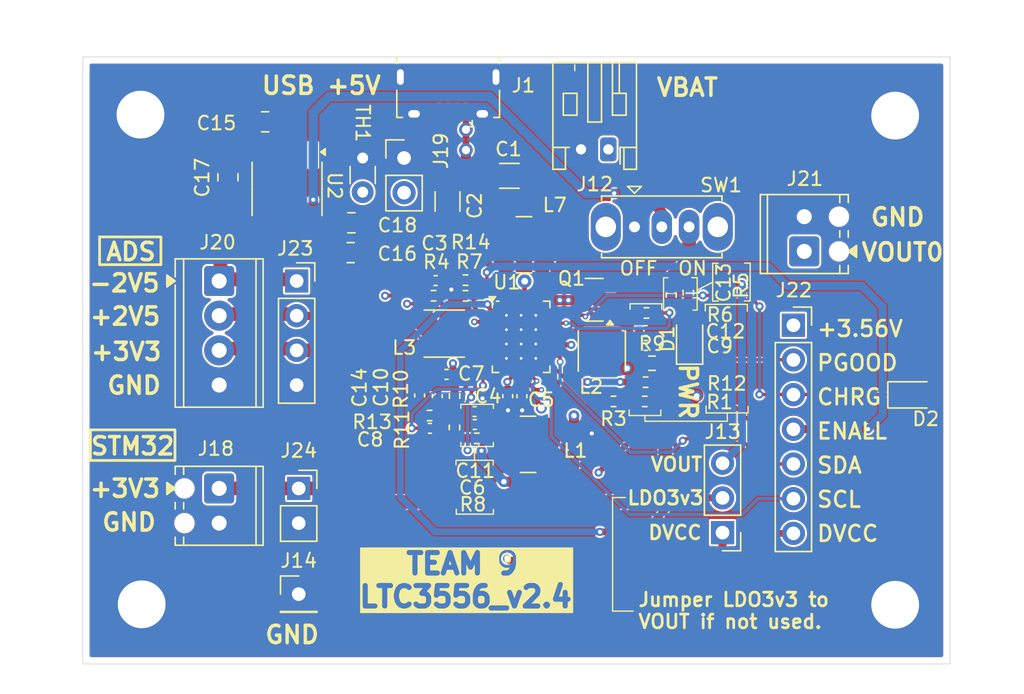
<source format=kicad_pcb>
(kicad_pcb (version 20241229) (generator "pcbnew") (generator_version "9.0")
  (layers (0 "F.Cu" signal) (4 "In1.Cu" signal) (6 "In2.Cu" signal) (2 "B.Cu" signal) (13 "F.Paste" user) (15 "B.Paste" user) (5 "F.SilkS" user "F.Silkscreen") (7 "B.SilkS" user "B.Silkscreen") (1 "F.Mask" user) (3 "B.Mask" user) (25 "Edge.Cuts" user))
  (net 0 "")
  (net 1 "GND")
  (net 2 "Net-(J1-VBUS)")
  (net 3 "Net-(U1-CLPROG)")
  (net 4 "Net-(U1-FB3)")
  (net 5 "Net-(U1-VC3)")
  (net 6 "Net-(U1-FB2)")
  (net 7 "Net-(U1-FB1)")
  (net 8 "Net-(U2-CAP+)")
  (net 9 "Net-(U2-CAP-)")
  (net 10 "Net-(D1-A)")
  (net 14 "VBAT")
  (net 15 "Net-(U1-SW2)")
  (net 16 "Net-(U1-SW1)")
  (net 17 "Net-(U1-SW)")
  (net 18 "Net-(Q1-G)")
  (net 19 "Net-(U1-PROG)")
  (net 20 "Net-(U1-SWCD3)")
  (net 21 "Net-(U1-SWAB3)")
  (net 23 "Net-(D2-A)")
  (net 24 "Net-(J13-Pin_3)")
  (net 25 "Net-(J13-Pin_2)")
  (net 26 "Net-(C3-Pad2)")
  (net 27 "Net-(J19-Pin_2)")
  (net 28 "Net-(U2-OSC)")
  (net 29 "Net-(U2-LV)")
  (net 31 "/VOUT0")
  (net 32 "/DVCC")
  (net 33 "/3V56")
  (net 34 "/3V3")
  (net 35 "/P2V5")
  (net 36 "/CHRG")
  (net 37 "/N2V5")
  (net 38 "/PGOOD")
  (net 39 "/SDA")
  (net 40 "/ENALL")
  (net 41 "/SCL")
  (footprint "Inductor_SMD:L_Coilcraft_LPS3010" (layer "F.Cu") (at 135.5575 99.6825)
    (property "Reference" "L3")
    (property "Value" "4.7uH/500mA")
  )
  (footprint "Capacitor_SMD:C_0402_1005Metric" (layer "F.Cu") (at 133.76 104.21 -90)
    (property "Reference" "C14")
    (property "Value" "10uF")
  )
  (footprint "Resistor_SMD:R_0402_1005Metric_Pad0.72x0.64mm_HandSolder" (layer "F.Cu") (at 137.12 95.767 180)
    (property "Reference" "R14")
    (property "Value" "8.25 Ohm")
  )
  (footprint "Capacitor_SMD:C_1206_3216Metric" (layer "F.Cu") (at 140.33 88.13)
    (property "Reference" "C1")
    (property "Value" "10uF")
  )
  (footprint "Package_TO_SOT_SMD:SOT-23" (layer "F.Cu") (at 146.54 97.205 180)
    (property "Reference" "Q1")
    (property "Value" "SI2333DS")
  )
  (footprint "Capacitor_SMD:C_0805_2012Metric_Pad1.18x1.45mm_HandSolder" (layer "F.Cu") (at 128.71 93.755 180)
    (property "Reference" "C16")
    (property "Value" "10uF")
  )
  (footprint "Resistor_SMD:R_0402_1005Metric_Pad0.72x0.64mm_HandSolder" (layer "F.Cu") (at 150.241 104.648)
    (property "Reference" "R1")
    (property "Value" "510")
  )
  (footprint "TerminalBlock_Phoenix:TerminalBlock_Phoenix_MPT-0,5-2-2.54_1x02_P2.54mm_Horizontal" (layer "F.Cu") (at 119.08 111.02 -90)
    (property "Reference" "J18")
    (property "Value" "Screw_Terminal_01x02")
  )
  (footprint "Capacitor_SMD:C_1206_3216Metric" (layer "F.Cu") (at 135.8 90.01 -90)
    (property "Reference" "C2")
    (property "Value" "100nF")
  )
  (footprint "Connector_PinHeader_2.54mm:PinHeader_1x02_P2.54mm_Vertical" (layer "F.Cu") (at 132.62 86.825)
    (property "Reference" "J19")
    (property "Value" "Conn_01x02_Pin")
  )
  (footprint "Capacitor_SMD:C_0402_1005Metric" (layer "F.Cu") (at 150.3163 100.55)
    (property "Reference" "C9")
    (property "Value" "10pF")
  )
  (footprint "Capacitor_SMD:C_0402_1005Metric" (layer "F.Cu") (at 134.51 106.62 180)
    (property "Reference" "C8")
    (property "Value" "130pF")
  )
  (footprint "MountingHole:MountingHole_3.5mm_Pad_TopBottom" (layer "F.Cu") (at 168.58 119.54)
    (property "Reference" "H4" (hide yes))
    (property "Value" "MountingHole_Pad")
  )
  (footprint "Inductor_SMD:L_Coilcraft_LPS3010" (layer "F.Cu") (at 147.1 100.95 90)
    (property "Reference" "L2")
    (property "Value" "4.7uH/500mA")
  )
  (footprint "Capacitor_SMD:C_0402_1005Metric" (layer "F.Cu") (at 135.73 102.67)
    (property "Reference" "C7")
    (property "Value" "1uF")
  )
  (footprint "Resistor_SMD:R_0402_1005Metric_Pad0.72x0.64mm_HandSolder" (layer "F.Cu") (at 134.7825 96.91 180)
    (property "Reference" "R4")
    (property "Value" "100K")
  )
  (footprint "MountingHole:MountingHole_3.5mm_Pad_TopBottom" (layer "F.Cu") (at 113.32 83.6475)
    (property "Reference" "H1" (hide yes))
    (property "Value" "MountingHole_Pad")
  )
  (footprint "Connector_PinSocket_2.54mm:PinSocket_1x04_P2.54mm_Vertical" (layer "F.Cu") (at 124.755 95.83)
    (property "Reference" "J23")
    (property "Value" "Conn_01x04")
  )
  (footprint "Connector_PinSocket_2.54mm:PinSocket_1x02_P2.54mm_Vertical" (layer "F.Cu") (at 124.905 111.02)
    (property "Reference" "J24")
    (property "Value" "Conn_01x02")
  )
  (footprint "Resistor_SMD:R_0402_1005Metric_Pad0.72x0.64mm_HandSolder" (layer "F.Cu") (at 137.125 96.915 180)
    (property "Reference" "R7")
    (property "Value" "3.01K")
  )
  (footprint "Resistor_SMD:R_0402_1005Metric_Pad0.72x0.64mm_HandSolder" (layer "F.Cu") (at 134.49 105.68 180)
    (property "Reference" "R13")
    (property "Value" "110K")
  )
  (footprint "Connector_PinHeader_2.54mm:PinHeader_1x03_P2.54mm_Vertical" (layer "F.Cu") (at 155.94 114.255 180)
    (property "Reference" "J13")
    (property "Value" "Conn_01x03_Pin")
  )
  (footprint "Connector_USB:USB_Micro-B_Amphenol_10118194-0001LF_Horizontal" (layer "F.Cu") (at 135.85 82.1944 180)
    (property "Reference" "J1")
    (property "Value" "USB_B_Micro")
  )
  (footprint "Capacitor_THT:C_Disc_D3.0mm_W1.6mm_P2.50mm" (layer "F.Cu") (at 129.59 86.825 -90)
    (property "Reference" "TH1")
    (property "Value" "DNP")
  )
  (footprint "MountingHole:MountingHole_3.5mm_Pad_TopBottom" (layer "F.Cu") (at 168.58 83.72)
    (property "Reference" "H2" (hide yes))
    (property "Value" "MountingHole_Pad")
  )
  (footprint "Capacitor_SMD:C_0805_2012Metric_Pad1.18x1.45mm_HandSolder" (layer "F.Cu") (at 128.765 91.5675)
    (property "Reference" "C18")
    (property "Value" "10uF")
  )
  (footprint "Resistor_SMD:R_0402_1005Metric_Pad0.72x0.64mm_HandSolder" (layer "F.Cu") (at 136.31 106.55 90)
    (property "Reference" "R11")
    (property "Value" "110K")
  )
  (footprint "Package_DFN_QFN:QFN-28-1EP_4x5mm_P0.5mm_EP2.65x3.65mm_ThermalVias" (layer "F.Cu") (at 141.19 99.92)
    (property "Reference" "U1")
    (property "Value" "LTC3556EUFD_PBF")
  )
  (footprint "Capacitor_SMD:C_0402_1005Metric" (layer "F.Cu") (at 140.21 104.26 90)
    (property "Reference" "C4")
    (property "Value" "100nF")
  )
  (footprint "Capacitor_SMD:C_0402_1005Metric" (layer "F.Cu") (at 152.18 96.91 -90)
    (property "Reference" "C13")
    (property "Value" "10uF")
  )
  (footprint "Connector_PinHeader_2.54mm:PinHeader_1x01_P2.54mm_Vertical" (layer "F.Cu") (at 124.905 118.76)
    (property "Reference" "J14")
    (property "Value" "Conn_01x01_Pin")
  )
  (footprint "Capacitor_SMD:C_0805_2012Metric_Pad1.18x1.45mm_HandSolder" (layer "F.Cu") (at 122.4525 84.175 180)
    (property "Reference" "C15")
    (property "Value" "10uF")
  )
  (footprint "Resistor_SMD:R_0402_1005Metric_Pad0.72x0.64mm_HandSolder" (layer "F.Cu") (at 150.368 98.171 180)
    (property "Reference" "R6")
    (property "Value" "3.01K")
  )
  (footprint "Button_Switch_THT:SW_Slide_SPDT_Straight_CK_OS102011MS2Q" (layer "F.Cu") (at 149.49 91.8675)
    (property "Reference" "SW1")
    (property "Value" "SW_SPDT")
  )
  (footprint "Inductor_SMD:L_Coilcraft_LPS4018" (layer "F.Cu") (at 141.6975 107.7925 180)
    (property "Reference" "L1")
    (property "Value" "2.2uH/1.6A")
  )
  (footprint "TerminalBlock_Phoenix:TerminalBlock_Phoenix_MPT-0,5-2-2.54_1x02_P2.54mm_Horizontal" (layer "F.Cu") (at 161.925 93.6625 90)
    (property "Reference" "J21")
    (property "Value" "Screw_Terminal_01x02")
  )
  (footprint "Resistor_SMD:R_0402_1005Metric_Pad0.72x0.64mm_HandSolder" (layer "F.Cu") (at 153.4275 96.6825 -90)
    (property "Reference" "R5")
    (property "Value" "510 Ohm")
  )
  (footprint "LED_SMD:LED_0805_2012Metric_Pad1.15x1.40mm_HandSolder" (layer "F.Cu") (at 153.5275 100.0625 90)
    (property "Reference" "D1")
    (property "Value" "LED")
  )
  (footprint "Capacitor_SMD:C_0402_1005Metric" (layer "F.Cu") (at 135.0495 104.2545 -90)
    (property "Reference" "C10")
    (property "Value" "10pF")
  )
  (footprint "Connector_PinSocket_2.54mm:PinSocket_1x07_P2.54mm_Vertical" (layer "F.Cu") (at 161.13 99.07)
    (property "Reference" "J22")
    (property "Value" "Conn_01x07")
  )
  (footprint "Capacitor_SMD:C_0402_1005Metric" (layer "F.Cu") (at 134.93 95.8)
    (property "Reference" "C3")
    (property "Value" "100nF")
  )
  (footprint "Capacitor_SMD:C_0402_1005Metric" (layer "F.Cu") (at 150.3025 99.4625)
    (property "Reference" "C12")
    (property "Value" "10uF")
  )
  (footprint "Resistor_SMD:R_0402_1005Metric_Pad0.72x0.64mm_HandSolder" (layer "F.Cu") (at 137.95 107.35 180)
    (property "Reference" "R8")
    (property "Value" "383K")
  )
  (footprint "Capacitor_SMD:C_0402_1005Metric" (layer "F.Cu") (at 137.78 105.39 180)
    (property "Reference" "C11")
    (property "Value" "10uF")
  )
  (footprint "Capacitor_SMD:C_0805_2012Metric_Pad1.18x1.45mm_HandSolder" (layer "F.Cu") (at 119.7225 88.235 90)
    (property "Reference" "C17")
    (property "Value" "DNP")
  )
  (footprint "Capacitor_SMD:C_0402_1005Metric" (layer "F.Cu") (at 141.25 104.27 90)
    (property "Reference" "C5")
    (property "Value" "1uF")
  )
  (footprint "Resistor_SMD:R_0402_1005Metric_Pad0.72x0.64mm_HandSolder" (layer "F.Cu") (at 150.3025 103.2385)
    (property "Reference" "R12")
    (property "Value" "110K")
  )
  (footprint "TerminalBlock_Phoenix:TerminalBlock_Phoenix_MPT-0,5-4-2.54_1x04_P2.54mm_Horizontal" (layer "F.Cu") (at 119.08 95.83 -90)
    (property "Reference" "J20")
    (property "Value" "Screw_Terminal_01x04")
  )
  (footprint "Package_SO:SOIC-8_3.9x4.9mm_P1.27mm" (layer "F.Cu") (at 124.0525 89.085 -90)
    (property "Reference" "U2")
    (property "Value" "TC7660B")
  )
  (footprint "Inductor_SMD:L_Coilcraft_LPS4018" (layer "F.Cu") (at 141.3995 93.1801 180)
    (property "Reference" "L7")
    (property "Value" "3.3uH/1.7A")
  )
  (footprint "Capacitor_SMD:C_0402_1005Metric" (layer "F.Cu") (at 137.8 106.34)
    (property "Reference" "C6")
    (property "Value" "1uF")
  )
  (footprint "Resistor_SMD:R_0402_1005Metric_Pad0.72x0.64mm_HandSolder" (layer "F.Cu") (at 147.955 104.648 180)
    (property "Reference" "R3")
    (property "Value" "10K")
  )
  (footprint "Resistor_SMD:R_0603_1608Metric" (layer "F.Cu") (at 150.775 101.85)
    (property "Reference" "R9")
    (property "Value" "350K")
  )
  (footprint "Connector_JST:JST_PH_S2B-PH-K_1x02_P2.00mm_Horizontal" (layer "F.Cu") (at 147.5775 86.19 180)
    (property "Reference" "J12")
    (property "Value" "Conn_01x02_Pin")
  )
  (footprint "LED_SMD:LED_0805_2012Metric_Pad1.15x1.40mm_HandSolder" (layer "F.Cu") (at 169.9025 104.17)
    (property "Reference" "D2")
    (property "Value" "LED")
  )
  (footprint "Resistor_SMD:R_0402_1005Metric_Pad0.72x0.64mm_HandSolder" (layer "F.Cu") (at 136.3195 104.2545 -90)
    (property "Reference" "R10")
    (property "Value" "240K")
  )
  (footprint "MountingHole:MountingHole_3.5mm_Pad_TopBottom" (layer "F.Cu") (at 113.4075 119.505)
    (property "Reference" "H3" (hide yes))
    (property "Value" "MountingHole_Pad")
  )
  (gr_line (start 151.42 105.68) (end 151.42 105.28) (stroke (width 0.1)) (layer "F.SilkS"))
  (gr_line (start 149.1 105.28) (end 149.1 105.68) (stroke (width 0.1)) (layer "F.SilkS"))
  (gr_line (start 137.7825 108.965) (end 137.7825 108.535) (stroke (width 0.1)) (layer "F.SilkS"))
  (gr_line (start 156.285 106.09) (end 156.285 105.49) (stroke (width 0.1)) (layer "F.SilkS"))
  (gr_line (start 139.1625 112.895) (end 139.1625 112.565) (stroke (width 0.1)) (layer "F.SilkS"))
  (gr_line (start 154.08 97.96) (end 153.78 97.96) (stroke (width 0.1)) (layer "F.SilkS"))
  (gr_line (start 151.62 95.59) (end 151.62 97.94) (stroke (width 0.1)) (layer "F.SilkS"))
  (gr_line (start 155.22 97.3) (end 155.62 97.3) (stroke (width 0.1)) (layer "F.SilkS"))
  (gr_line (start 155.22 94.53) (end 155.62 94.53) (stroke (width 0.1)) (layer "F.SilkS"))
  (gr_line (start 154.1 96.495) (end 155.2175 95.915) (stroke (width 0.1)) (layer "F.SilkS"))
  (gr_line (start 150.28 106.1) (end 156.28 106.1) (stroke (width 0.1)) (layer "F.SilkS"))
  (gr_line (start 157.96 97.29) (end 157.56 97.29) (stroke (width 0.1)) (layer "F.SilkS"))
  (gr_line (start 155.215 97.3) (end 155.22 94.53) (stroke (width 0.1)) (layer "F.SilkS"))
  (gr_line (start 154.735 105.49) (end 157.805 105.49) (stroke (width 0.1)) (layer "F.SilkS"))
  (gr_line (start 154.08 95.59) (end 153.69 95.59) (stroke (width 0.1)) (layer "F.SilkS"))
  (gr_line (start 151.62 97.94) (end 151.92 97.94) (stroke (width 0.1)) (layer "F.SilkS"))
  (gr_line (start 139.1345 112.902) (end 136.4445 112.902) (stroke (width 0.1)) (layer "F.SilkS"))
  (gr_line (start 151.49 97.5) (end 149.17 97.5) (stroke (width 0.1)) (layer "F.SilkS"))
  (gr_line (start 136.779 107.95) (end 139.16 107.95) (stroke (width 0.1)) (layer "F.SilkS"))
  (gr_line (start 139.1425 108.99) (end 139.1425 109.31) (stroke (width 0.1)) (layer "F.SilkS"))
  (gr_line (start 157.965 94.52) (end 157.96 97.29) (stroke (width 0.1)) (layer "F.SilkS"))
  (gr_line (start 157.745 98.04) (end 157.745 97.54) (stroke (width 0.1)) (layer "F.SilkS"))
  (gr_line (start 147.8875 111.6875) (end 148.82 111.6875) (stroke (width 0.1)) (layer "F.SilkS"))
  (gr_line (start 137.78 108.6) (end 137.78 107.97) (stroke (width 0.1)) (layer "F.SilkS"))
  (gr_line (start 139.161 104.86) (end 136.78 104.86) (stroke (width 0.1)) (layer "F.SilkS"))
  (gr_line (start 136.78 104.87) (end 136.78 105.15) (stroke (width 0.1)) (layer "F.SilkS"))
  (gr_line (start 154.08 95.59) (end 154.08 97.94) (stroke (width 0.1)) (layer "F.SilkS"))
  (gr_rect (start 110.325 92.605) (end 114.815 94.635) (stroke (width 0.2)) (fill no) (layer "F.SilkS"))
  (gr_line (start 136.4225 108.965) (end 136.4225 109.295) (stroke (width 0.1)) (layer "F.SilkS"))
  (gr_line (start 154.735 104.99) (end 154.735 105.49) (stroke (width 0.1)) (layer "F.SilkS"))
  (gr_line (start 147.8875 120.0025) (end 147.8875 111.6875) (stroke (width 0.1)) (layer "F.SilkS"))
  (gr_line (start 157.96 94.52) (end 157.56 94.52) (stroke (width 0.1)) (layer "F.SilkS"))
  (gr_line (start 150.26 105.68) (end 150.26 106.1) (stroke (width 0.1)) (layer "F.SilkS"))
  (gr_line (start 136.4505 108.958) (end 139.1405 108.958) (stroke (width 0.1)) (layer "F.SilkS"))
  (gr_line (start 157.745 97.54) (end 154.675 97.54) (stroke (width 0.1)) (layer "F.SilkS"))
  (gr_line (start 149.38375 120.0025) (end 147.91125 120.0025) (stroke (width 0.1)) (layer "F.SilkS"))
  (gr_line (start 154.675 97.54) (end 154.675 98.02) (stroke (width 0.1)) (layer "F.SilkS"))
  (gr_line (start 136.4425 112.87) (end 136.4425 112.55) (stroke (width 0.1)) (layer "F.SilkS"))
  (gr_rect (start 109.655 106.73) (end 115.845 108.97) (stroke (width 0.2)) (fill no) (layer "F.SilkS"))
  (gr_line (start 136.779 107.95) (end 136.78 107.65) (stroke (width 0.1)) (layer "F.SilkS"))
  (gr_line (start 139.16 107.94) (end 139.16 107.66) (stroke (width 0.1)) (layer "F.SilkS"))
  (gr_line (start 151.94 95.59) (end 151.63 95.59) (stroke (width 0.1)) (layer "F.SilkS"))
  (gr_line (start 151.49 97.9) (end 151.49 97.5) (stroke (width 0.1)) (layer "F.SilkS"))
  (gr_line (start 145.12 79.9925) (end 145.12 80.4325) (stroke (width 0.1)) (layer "F.SilkS"))
  (gr_line (start 149.17 97.5) (end 149.17 97.9) (stroke (width 0.1)) (layer "F.SilkS"))
  (gr_line (start 157.805 105.49) (end 157.805 105.01) (stroke (width 0.1)) (layer "F.SilkS"))
  (gr_line (start 139.161 104.86) (end 139.16 105.16) (stroke (width 0.1)) (layer "F.SilkS"))
  (gr_line (start 149.1 105.68) (end 151.42 105.68) (stroke (width 0.1)) (layer "F.SilkS"))
  (gr_rect (start 109.095 79.42) (end 172.595 123.87) (stroke (width 0.05)) (fill no) (layer "Edge.Cuts"))
  (gr_text "LDO3v3" (at 148.8675 112.3025 0) (layer "F.SilkS") (effects (font (size 1 1) (thickness 0.2) (bold yes)) (justify left bottom)))
  (gr_text "SDA" (at 162.75 110 0) (layer "F.SilkS") (effects (font (size 1.15 1.15) (thickness 0.2)) (justify left bottom)))
  (gr_text "ADS" (at 114.575 93.695 0) (layer "F.SilkS") (effects (font (size 1.27 1.27) (thickness 0.254) (bold yes)) (justify right)))
  (gr_text "STM32" (at 115.935 107.92 0) (layer "F.SilkS") (effects (font (size 1.27 1.27) (thickness 0.254) (bold yes)) (justify right)))
  (gr_text "OFF  ON" (at 151.6 94.91 0) (layer "F.SilkS") (effects (font (size 1 1))))
  (gr_text "CHRG" (at 162.75 105 0) (layer "F.SilkS") (effects (font (size 1.15 1.15) (thickness 0.2)) (justify left bottom)))
  (gr_text "PGOOD" (at 162.75 102.5 0) (layer "F.SilkS") (effects (font (size 1.15 1.15) (thickness 0.2)) (justify left bottom)))
  (gr_text "GND" (at 166.66 91.9 0) (layer "F.SilkS") (effects (font (size 1.27 1.27) (thickness 0.254) (bold yes)) (justify left bottom)))
  (gr_text "GND" (at 110.38 114.24 0) (layer "F.SilkS") (effects (font (size 1.27 1.27) (thickness 0.254) (bold yes)) (justify left bottom)))
  (gr_text "PWR" (at 152.674 101.758 270) (layer "F.SilkS") (effects (font (size 1.27 1.27) (thickness 0.254) (bold yes)) (justify left bottom)))
  (gr_text "   TEAM 9\nLTC3556_v2.4" (at 129.17 119.8325 0) (layer "F.SilkS" knockout) (effects (font (size 1.5 1.5) (thickness 0.375) (bold yes)) (justify left bottom)))
  (gr_text "-2V5" (at 114.86 96.73 0) (layer "F.SilkS") (effects (font (size 1.27 1.27) (thickness 0.254) (bold yes)) (justify right bottom)))
  (gr_text "SCL" (at 162.75 112.5 0) (layer "F.SilkS") (effects (font (size 1.15 1.15) (thickness 0.2)) (justify left bottom)))
  (gr_text "USB +5V" (at 122.07 82.26 0) (layer "F.SilkS") (effects (font (size 1.27 1.27) (thickness 0.254) (bold yes)) (justify left bottom)))
  (gr_text "+2V5" (at 109.49 99.16 0) (layer "F.SilkS") (effects (font (size 1.27 1.27) (thickness 0.254) (bold yes)) (justify left bottom)))
  (gr_text "+3V3" (at 109.57 101.75 0) (layer "F.SilkS") (effects (font (size 1.27 1.27) (thickness 0.254) (bold yes)) (justify left bottom)))
  (gr_text "DVCC\n" (at 150.395 114.84 0) (layer "F.SilkS") (effects (font (size 1 1) (thickness 0.2) (bold yes)) (justify left bottom)))
  (gr_text "VOUT0" (at 165.99 94.47 0) (layer "F.SilkS") (effects (font (size 1.27 1.27) (thickness 0.254) (bold yes)) (justify left bottom)))
  (gr_text "DVCC" (at 162.75 115 0) (layer "F.SilkS") (effects (font (size 1.15 1.15) (thickness 0.2)) (justify left bottom)))
  (gr_text "GND" (at 122.32 122.477 0) (layer "F.SilkS") (effects (font (size 1.27 1.27) (thickness 0.254) (bold yes)) (justify left bottom)))
  (gr_text "+3V3" (at 109.48 111.77 0) (layer "F.SilkS") (effects (font (size 1.27 1.27) (thickness 0.254) (bold yes)) (justify left bottom)))
  (gr_text "VBAT" (at 150.99 82.4 0) (layer "F.SilkS") (effects (font (size 1.27 1.27) (thickness 0.254) (bold yes)) (justify left bottom)))
  (gr_text "VOUT" (at 150.5825 109.8425 0) (layer "F.SilkS") (effects (font (size 1 1) (thickness 0.2) (bold yes)) (justify left bottom)))
  (gr_text "ENALL" (at 162.75 107.5 0) (layer "F.SilkS") (effects (font (size 1.15 1.15) (thickness 0.2)) (justify left bottom)))
  (gr_text "+3.56V" (at 162.75 100 0) (layer "F.SilkS") (effects (font (size 1.15 1.15) (thickness 0.2)) (justify left bottom)))
  (gr_text "GND" (at 110.75 104.22 0) (layer "F.SilkS") (effects (font (size 1.27 1.27) (thickness 0.254) (bold yes)) (justify left bottom)))
  (gr_text "Jumper LDO3v3 to \nVOUT if not used." (at 149.675 121.355 0) (layer "F.SilkS") (effects (font (size 1 1) (thickness 0.2) (bold yes)) (justify left bottom)))
  (segment (start 137.1675 105.9825) (end 137.3 105.85) (width 0.25) (layer "F.Cu") (net 1))
  (segment (start 137.33 105.39) (end 137.3 105.39) (width 0.25) (layer "F.Cu") (net 1))
  (segment (start 140.23 105.31) (end 140.23 104.76) (width 0.25) (layer "F.Cu") (net 1))
  (segment (start 138.36 104.43) (end 138.29 104.43) (width 0.25) (layer "F.Cu") (net 1))
  (segment (start 137.3 106.32) (end 137.32 106.34) (width 0.25) (layer "F.Cu") (net 1))
  (segment (start 141.27 105.37) (end 141.27 104.77) (width 0.25) (layer "F.Cu") (net 1))
  (segment (start 136.105 96.46) (end 136.555 96.91) (width 0.4) (layer "F.Cu") (net 1))
  (segment (start 137.3 105.39) (end 137.3 105.85) (width 0.25) (layer "F.Cu") (net 1))
  (segment (start 138.29 104.43) (end 137.33 105.39) (width 0.25) (layer "F.Cu") (net 1))
  (segment (start 136.08 96.46) (end 136.105 96.46) (width 0.25) (layer "F.Cu") (net 1))
  (segment (start 141.27 104.77) (end 141.25 104.75) (width 0.25) (layer "F.Cu") (net 1))
  (segment (start 140.23 104.76) (end 140.21 104.74) (width 0.25) (layer "F.Cu") (net 1))
  (segment (start 137.3 105.85) (end 137.3 106.32) (width 0.25) (layer "F.Cu") (net 1))
  (segment (start 136.24 105.9825) (end 137.1675 105.9825) (width 0.25) (layer "F.Cu") (net 1))
  (via (at 141.27 105.3) (size 0.6) (drill 0.3) (layers "F.Cu" "B.Cu") (net 1))
  (via (at 146.3625 106.9925) (size 0.6) (drill 0.3) (layers "F.Cu" "B.Cu") (net 1))
  (via (at 140.23 105.3) (size 0.6) (drill 0.3) (layers "F.Cu" "B.Cu") (net 1))
  (via (at 136.08 96.46) (size 0.5) (drill 0.3) (layers "F.Cu" "B.Cu") (net 1))
  (via (at 138.36 104.43) (size 0.6) (drill 0.3) (layers "F.Cu" "B.Cu") (net 1))
  (segment (start 137.155 88.03) (end 138.765 88.03) (width 0.635) (layer "F.Cu") (net 2))
  (segment (start 137.15 84.3067) (end 137.15 86.245) (width 0.5) (layer "F.Cu") (net 2))
  (segment (start 134.567532 97.506) (end 134.573532 97.5) (width 0.25) (layer "F.Cu") (net 2))
  (segment (start 134.573532 97.5) (end 135.3275 97.5) (width 0.25) (layer "F.Cu") (net 2))
  (segment (start 141.44 95.8574) (end 141.4503 95.8471) (width 0.25) (layer "F.Cu") (net 2))
  (segment (start 133.796468 97.5) (end 133.802468 97.506) (width 0.25) (layer "F.Cu") (net 2))
  (segment (start 141.44 97.47) (end 141.44 95.8574) (width 0.35) (layer "F.Cu") (net 2))
  (segment (start 133.802468 97.506) (end 134.567532 97.506) (width 0.25) (layer "F.Cu") (net 2))
  (segment (start 137.15 86.245) (end 137.15 88.025) (width 0.75) (layer "F.Cu") (net 2))
  (segment (start 137.15 88.025) (end 137.155 88.03) (width 0.5) (layer "F.Cu") (net 2))
  (segment (start 135.38 97.4475) (end 135.38 96.91) (width 0.25) (layer "F.Cu") (net 2))
  (segment (start 138.765 88.03) (end 138.825 88.09) (width 0.635) (layer "F.Cu") (net 2))
  (segment (start 135.3275 97.5) (end 135.38 97.4475) (width 0.25) (layer "F.Cu") (net 2))
  (segment (start 132.85 97.5) (end 133.796468 97.5) (width 0.25) (layer "F.Cu") (net 2))
  (segment (start 137.15 84.255) (end 137.15 83.595) (width 0.4) (layer "F.Cu") (net 2))
  (segment (start 136.65 88.535) (end 137.155 88.03) (width 0.635) (layer "F.Cu") (net 2))
  (segment (start 136.29 88.535) (end 136.65 88.535) (width 0.635) (layer "F.Cu") (net 2))
  (via (at 137.15 84.7475) (size 1) (drill 0.6) (layers "F.Cu" "B.Cu") (net 2))
  (via (at 141.4503 95.8471) (size 1) (drill 0.5) (layers "F.Cu" "B.Cu") (net 2))
  (via (at 137.15 86.245) (size 1) (drill 0.6) (layers "F.Cu" "B.Cu") (net 2))
  (via (at 132.842 97.5) (size 0.6) (drill 0.3) (layers "F.Cu" "B.Cu") (net 2))
  (segment (start 137.7275 97.26) (end 137.7275 97.7225) (width 0.25) (layer "F.Cu") (net 3))
  (segment (start 137.7175 95.767) (end 137.7175 97.25) (width 0.25) (layer "F.Cu") (net 3))
  (segment (start 137.7175 97.25) (end 137.7275 97.26) (width 0.25) (layer "F.Cu") (net 3))
  (segment (start 137.7275 97.7225) (end 138.675 98.67) (width 0.25) (layer "F.Cu") (net 3))
  (segment (start 138.675 98.67) (end 139.24 98.67) (width 0.25) (layer "F.Cu") (net 3))
  (segment (start 136.2425 107.18) (end 136.24 107.1775) (width 0.25) (layer "F.Cu") (net 4))
  (segment (start 135.5475 107.1775) (end 134.99 106.62) (width 0.25) (layer "F.Cu") (net 4))
  (segment (start 137.822499 103.687501) (end 137.822499 102.167501) (width 0.25) (layer "F.Cu") (net 4))
  (segment (start 137.3025 108.1875) (end 137.3025 107.42) (width 0.25) (layer "F.Cu") (net 4))
  (segment (start 137.3025 107.42) (end 137.0625 107.18) (width 0.25) (layer "F.Cu") (net 4))
  (segment (start 137.27 108.22) (end 137.3025 108.1875) (width 0.25) (layer "F.Cu") (net 4))
  (segment (start 137.53 104.35) (end 137.53 103.98) (width 0.25) (layer "F.Cu") (net 4))
  (segment (start 137.822499 102.167501) (end 138.82 101.17) (width 0.25) (layer "F.Cu") (net 4))
  (segment (start 138.82 101.17) (end 139.24 101.17) (width 0.25) (layer "F.Cu") (net 4))
  (segment (start 137.0625 107.18) (end 136.2425 107.18) (width 0.25) (layer "F.Cu") (net 4))
  (segment (start 136.24 107.1775) (end 135.5475 107.1775) (width 0.25) (layer "F.Cu") (net 4))
  (segment (start 137.53 103.98) (end 137.822499 103.687501) (width 0.25) (layer "F.Cu") (net 4))
  (via (at 137.53 104.35) (size 0.6) (drill 0.3) (layers "F.Cu" "B.Cu") (net 4))
  (via (at 137.27 108.22) (size 0.6) (drill 0.3) (layers "F.Cu" "B.Cu") (net 4))
  (segment (start 137.27 108.22) (end 137.27 104.61) (width 0.25) (layer "B.Cu") (net 4))
  (segment (start 137.27 104.61) (end 137.53 104.35) (width 0.25) (layer "B.Cu") (net 4))
  (segment (start 138.397499 102.512501) (end 139.24 101.67) (width 0.25) (layer "F.Cu") (net 5))
  (segment (start 138.397499 103.486002) (end 138.397499 102.512501) (width 0.25) (layer "F.Cu") (net 5))
  (segment (start 133.18 106.61) (end 134.02 106.61) (width 0.25) (layer "F.Cu") (net 5))
  (segment (start 134.02 106.61) (end 134.03 106.62) (width 0.25) (layer "F.Cu") (net 5))
  (via (at 133.18 106.61) (size 0.6) (drill 0.3) (layers "F.Cu" "B.Cu") (net 5))
  (via (at 138.397499 103.486002) (size 0.6) (drill 0.3) (layers "F.Cu" "B.Cu") (net 5))
  (segment (start 133.18 105.57) (end 133.18 106.61) (width 0.25) (layer "B.Cu") (net 5))
  (segment (start 138.123501 103.76) (end 134.99 103.76) (width 0.25) (layer "B.Cu") (net 5))
  (segment (start 134.99 103.76) (end 133.18 105.57) (width 0.25) (layer "B.Cu") (net 5))
  (segment (start 138.397499 103.486002) (end 138.123501 103.76) (width 0.25) (layer "B.Cu") (net 5))
  (segment (start 143.601304 100.678411) (end 143.672893 100.75) (width 0.3) (layer "F.Cu") (net 6))
  (segment (start 144.88 102.53) (end 145.5725 103.2225) (width 0.5) (layer "F.Cu") (net 6))
  (segment (start 143.879173 100.76) (end 144.27 101.05) (width 0.3) (layer "F.Cu") (net 6))
  (segment (start 144.88 101.3) (end 144.88 102.53) (width 0.5) (layer "F.Cu") (net 6))
  (segment (start 143.609716 100.67) (end 143.14 100.67) (width 0.25) (layer "F.Cu") (net 6))
  (segment (start 150.7963 100.55) (end 150.7963 102.2537) (width 0.3) (layer "F.Cu") (net 6))
  (segment (start 149.692 103.1955) (end 149.8045 103.1955) (width 0.3) (layer "F.Cu") (net 6))
  (segment (start 145.5725 103.2225) (end 146.0575 103.2225) (width 0.5) (layer "F.Cu") (net 6))
  (segment (start 150.7963 102.2537) (end 149.8115 103.2385) (width 0.3) (layer "F.Cu") (net 6))
  (segment (start 148.4475 103.2225) (end 149.676 103.2225) (width 0.5) (layer "F.Cu") (net 6))
  (segment (start 143.672893 100.75) (end 143.71 100.75) (width 0.3) (layer "F.Cu") (net 6))
  (segment (start 143.71 100.75) (end 143.72 100.76) (width 0.3) (layer "F.Cu") (net 6))
  (segment (start 149.676 103.2225) (end 149.692 103.2385) (width 0.25) (layer "F.Cu") (net 6))
  (segment (start 144.27 101.05) (end 144.88 101.2) (width 0.3) (layer "F.Cu") (net 6))
  (segment (start 149.692 103.2385) (end 149.692 103.1955) (width 0.25) (layer "F.Cu") (net 6))
  (segment (start 149.8115 103.2385) (end 149.705 103.2385) (width 0.3) (layer "F.Cu") (net 6))
  (segment (start 143.72 100.76) (end 143.879173 100.76) (width 0.3) (layer "F.Cu") (net 6))
  (via (at 146.0575 103.2225) (size 0.6) (drill 0.3) (layers "F.Cu" "B.Cu") (net 6))
  (via (at 148.4475 103.2225) (size 0.6) (drill 0.3) (layers "F.Cu" "B.Cu") (net 6))
  (segment (start 146.0575 103.2225) (end 148.4475 103.2225) (width 0.5) (layer "B.Cu") (net 6))
  (segment (start 136.658 104.852) (end 136.3195 104.852) (width 0.25) (layer "F.Cu") (net 7))
  (segment (start 136.9375 103.7925) (end 136.9375 104.5725) (width 0.25) (layer "F.Cu") (net 7))
  (segment (start 137.4225 103.3075) (end 136.9375 103.7925) (width 0.25) (layer "F.Cu") (net 7))
  (segment (start 138.71 100.67) (end 137.4225 101.9575) (width 0.25) (layer "F.Cu") (net 7))
  (segment (start 136.202 104.7345) (end 136.3195 104.852) (width 0.25) (layer "F.Cu") (net 7))
  (segment (start 139.24 100.67) (end 138.71 100.67) (width 0.25) (layer "F.Cu") (net 7))
  (segment (start 136.9375 104.5725) (end 136.658 104.852) (width 0.25) (layer "F.Cu") (net 7))
  (segment (start 135.0495 104.7345) (end 135.0495 105.642) (width 0.25) (layer "F.Cu") (net 7))
  (segment (start 135.0495 104.7345) (end 136.202 104.7345) (width 0.25) (layer "F.Cu") (net 7))
  (segment (start 137.4225 101.9575) (end 137.4225 103.3075) (width 0.25) (layer "F.Cu") (net 7))
  (segment (start 135.0495 105.642) (end 135.0875 105.68) (width 0.25) (layer "F.Cu") (net 7))
  (segment (start 123.49 84.175) (end 124.25 84.175) (width 0.6) (layer "F.Cu") (net 8))
  (segment (start 124.6875 84.6125) (end 124.6875 86.61) (width 0.6) (layer "F.Cu") (net 8))
  (segment (start 124.25 84.175) (end 124.6875 84.6125) (width 0.6) (layer "F.Cu") (net 8))
  (segment (start 121.705 86.61) (end 122.1 86.61) (width 0.7) (layer "F.Cu") (net 9))
  (segment (start 121.415 86.32) (end 121.705 86.61) (width 0.6) (layer "F.Cu") (net 9))
  (segment (start 121.415 84.175) (end 121.415 86.32) (width 0.6) (layer "F.Cu") (net 9))
  (segment (start 153.5275 97.38) (end 153.4275 97.28) (width 0.25) (layer "F.Cu") (net 10))
  (segment (start 153.5275 99.0375) (end 153.5275 97.38) (width 0.25) (layer "F.Cu") (net 10))
  (segment (start 145.57 97.2375) (end 142.8425 97.2375) (width 0.75) (layer "F.Cu") (net 14))
  (segment (start 142.8425 97.2375) (end 142.6775 97.4025) (width 0.75) (layer "F.Cu") (net 14))
  (via (at 144.0275 97.2375) (size 0.6) (drill 0.3) (layers "F.Cu" "B.Cu") (net 14))
  (via (at 144.6525 97.2375) (size 0.6) (drill 0.3) (layers "F.Cu" "B.Cu") (net 14))
  (segment (start 143.14 99.67) (end 144.46 99.67) (width 0.45) (layer "F.Cu") (net 15))
  (segment (start 147.0975 99.6825) (end 147.1 99.68) (width 0.75) (layer "F.Cu") (net 15))
  (segment (start 144.4875 99.6825) (end 147.0975 99.6825) (width 0.75) (layer "F.Cu") (net 15))
  (segment (start 137.9775 99.6825) (end 136.8275 99.6825) (width 0.75) (layer "F.Cu") (net 16))
  (segment (start 139.24 99.67) (end 138.06 99.67) (width 0.45) (layer "F.Cu") (net 16))
  (segment (start 140.0475 95.8875) (end 140.0475 95.1625) (width 1) (layer "F.Cu") (net 17))
  (segment (start 140.0475 95.1625) (end 140.0575 95.1525) (width 1) (layer "F.Cu") (net 17))
  (segment (start 140.94 97.47) (end 140.94 96.875) (width 0.25) (layer "F.Cu") (net 17))
  (segment (start 140.8775 96.875) (end 140.185 96.12) (width 0.4) (layer "F.Cu") (net 17))
  (segment (start 143.42 97.89) (end 147.485 97.89) (width 0.25) (layer "F.Cu") (net 18))
  (segment (start 143.14 98.17) (end 143.42 97.89) (width 0.25) (layer "F.Cu") (net 18))
  (segment (start 152.029 98.171) (end 152.0475 98.1525) (width 0.25) (layer "F.Cu") (net 19))
  (segment (start 143.69 99.17) (end 143.9375 98.9225) (width 0.25) (layer "F.Cu") (net 19))
  (segment (start 150.9655 98.171) (end 152.029 98.171) (width 0.25) (layer "F.Cu") (net 19))
  (segment (start 144.4675 98.9225) (end 144.4775 98.9125) (width 0.25) (layer "F.Cu") (net 19))
  (segment (start 143.14 99.17) (end 143.69 99.17) (width 0.25) (layer "F.Cu") (net 19))
  (segment (start 143.9375 98.9225) (end 144.4675 98.9225) (width 0.25) (layer "F.Cu") (net 19))
  (via (at 152.0475 98.1525) (size 0.6) (drill 0.3) (layers "F.Cu" "B.Cu") (net 19))
  (via (at 144.4775 98.9125) (size 0.4) (drill 0.2) (layers "F.Cu" "B.Cu") (net 19))
  (segment (start 144.8975 98.9125) (end 144.4775 98.9125) (width 0.25) (layer "B.Cu") (net 19))
  (segment (start 152.0475 98.1525) (end 152.0475 99.0925) (width 0.25) (layer "B.Cu") (net 19))
  (segment (start 145.2825 99.2975) (end 144.8975 98.9125) (width 0.25) (layer "B.Cu") (net 19))
  (segment (start 151.8325 99.2975) (end 145.2825 99.2975) (width 0.25) (layer "B.Cu") (net 19))
  (segment (start 151.8375 99.3025) (end 151.8325 99.2975) (width 0.25) (layer "B.Cu") (net 19))
  (segment (start 152.0475 99.0925) (end 151.8375 99.3025) (width 0.25) (layer "B.Cu") (net 19))
  (segment (start 143.6725 103.3925) (end 143.6725 107.6625) (width 0.75) (layer "F.Cu") (net 20))
  (segment (start 142.6972 102.3366) (end 143.6725 103.3925) (width 0.75) (layer "F.Cu") (net 20))
  (segment (start 139.6975 106.1825) (end 139.6975 107.6625) (width 0.75) (layer "F.Cu") (net 21))
  (segment (start 139.27 102.7975) (end 139.27 105.71) (width 0.75) (layer "F.Cu") (net 21))
  (segment (start 139.27 105.71) (end 139.72 106.16) (width 0.8) (layer "F.Cu") (net 21))
  (segment (start 139.6975 102.37) (end 139.27 102.7975) (width 0.75) (layer "F.Cu") (net 21))
  (segment (start 159.79 107.96) (end 170.04 107.96) (width 0.25) (layer "F.Cu") (net 23))
  (segment (start 155.14 103.31) (end 159.79 107.96) (width 0.25) (layer "F.Cu") (net 23))
  (segment (start 170.7175 107.2825) (end 170.7175 104.38) (width 0.25) (layer "F.Cu") (net 23))
  (segment (start 153.611 103.31) (end 155.14 103.31) (width 0.25) (layer "F.Cu") (net 23))
  (segment (start 152.273 104.648) (end 153.611 103.31) (width 0.25) (layer "F.Cu") (net 23))
  (segment (start 150.9655 104.648) (end 152.273 104.648) (width 0.25) (layer "F.Cu") (net 23))
  (segment (start 170.04 107.96) (end 170.7175 107.2825) (width 0.25) (layer "F.Cu") (net 23))
  (segment (start 153.4275 96.085) (end 152.195 96.085) (width 0.6) (layer "F.Cu") (net 24))
  (segment (start 141.94 97.47) (end 141.94 96.876284) (width 0.25) (layer "F.Cu") (net 24))
  (segment (start 157.353 96.0625) (end 157.3405 96.075) (width 0.6) (layer "F.Cu") (net 24))
  (segment (start 152.195 96.085) (end 152.1875 96.0925) (width 0.25) (layer "F.Cu") (net 24))
  (segment (start 142.751858 95.9125) (end 142.751858 95.2425) (width 1) (layer "F.Cu") (net 24))
  (segment (start 151.8645 95.9125) (end 153.49 94.287) (width 1) (layer "F.Cu") (net 24))
  (segment (start 153.49 94.287) (end 153.49 91.8675) (width 1) (layer "F.Cu") (net 24))
  (segment (start 142.903784 95.9125) (end 151.8645 95.9125) (width 1) (layer "F.Cu") (net 24))
  (segment (start 141.9775 96.876284) (end 142.751858 96.064426) (width 0.4) (layer "F.Cu") (net 24))
  (segment (start 157.3405 96.075) (end 153.4375 96.075) (width 0.6) (layer "F.Cu") (net 24))
  (via (at 157.353 96.0625) (size 0.6) (drill 0.3) (layers "F.Cu" "B.Cu") (net 24))
  (segment (start 157.353 96.0625) (end 157.353 107.762) (width 0.6) (layer "B.Cu") (net 24))
  (segment (start 157.353 107.762) (end 155.94 109.175) (width 0.6) (layer "B.Cu") (net 24))
  (segment (start 152.6175 111.715) (end 155.94 111.715) (width 0.5) (layer "F.Cu") (net 25))
  (segment (start 138.726 97.536) (end 139.24 98.05) (width 0.5) (layer "F.Cu") (net 25))
  (segment (start 146.9625 114.2) (end 150.1325 114.2) (width 0.5) (layer "F.Cu") (net 25))
  (segment (start 150.1325 114.2) (end 152.6175 111.715) (width 0.5) (layer "F.Cu") (net 25))
  (via (at 138.726 97.536) (size 0.6) (drill 0.3) (layers "F.Cu" "B.Cu") (net 25))
  (via (at 146.9625 114.2) (size 0.6) (drill 0.3) (layers "F.Cu" "B.Cu") (net 25))
  (segment (start 135.763 97.536) (end 132.334 100.965) (width 0.5) (layer "B.Cu") (net 25))
  (segment (start 138.726 97.536) (end 135.763 97.536) (width 0.5) (layer "B.Cu") (net 25))
  (segment (start 132.334 100.965) (end 132.334 111.6365) (width 0.5) (layer "B.Cu") (net 25))
  (segment (start 134.8975 114.2) (end 146.9625 114.2) (width 0.5) (layer "B.Cu") (net 25))
  (segment (start 132.334 111.6365) (end 134.8975 114.2) (width 0.5) (layer "B.Cu") (net 25))
  (segment (start 135.41 95.8) (end 136.4895 95.8) (width 0.25) (layer "F.Cu") (net 26))
  (segment (start 134.175 96.9) (end 134.185 96.91) (width 0.25) (layer "F.Cu") (net 27))
  (segment (start 137.87 98.82) (end 138.17 98.82) (width 0.3) (layer "F.Cu") (net 27))
  (segment (start 131.24 96.9) (end 134.175 96.9) (width 0.3) (layer "F.Cu") (net 27))
  (segment (start 138.52 99.17) (end 139.24 99.17) (width 0.25) (layer "F.Cu") (net 27))
  (segment (start 138.17 98.82) (end 138.52 99.14) (width 0.3) (layer "F.Cu") (net 27))
  (segment (start 131.23 96.91) (end 131.24 96.9) (width 0.25) (layer "F.Cu") (net 27))
  (via (at 137.77 98.82) (size 0.5) (drill 0.25) (layers "F.Cu" "B.Cu") (net 27))
  (via (at 131.23 96.91) (size 0.6) (drill 0.3) (layers "F.Cu" "B.Cu") (net 27))
  (segment (start 125.3575 93.575) (end 127.8625 93.575) (width 0.6) (layer "F.Cu") (net 28))
  (segment (start 124.6875 91.56) (end 124.6875 92.905) (width 0.6) (layer "F.Cu") (net 28))
  (segment (start 124.6875 92.905) (end 125.3575 93.575) (width 0.6) (layer "F.Cu") (net 28))
  (segment (start 122.89 89.2725) (end 123.4175 89.8) (width 0.6) (layer "F.Cu") (net 29))
  (segment (start 119.7225 89.2725) (end 122.89 89.2725) (width 0.6) (layer "F.Cu") (net 29))
  (segment (start 123.4175 89.8) (end 123.4175 91.56) (width 0.6) (layer "F.Cu") (net 29))
  (segment (start 119.7225 89.48) (end 119.7225 89.2725) (width 0.6) (layer "F.Cu") (net 29))
  (segment (start 141.47 103.79) (end 141.25 103.79) (width 0.4) (layer "F.Cu") (net 31))
  (segment (start 149.63 104.7885) (end 149.733 104.6855) (width 0.4) (layer "F.Cu") (net 31))
  (segment (start 151.49 90.784) (end 151.49 91.8675) (width 0.7) (layer "F.Cu") (net 31))
  (segment (start 125.97 91.5475) (end 125.9575 91.56) (width 0.7) (layer "F.Cu") (net 31))
  (segment (start 148.005 89.408) (end 150.114 89.408) (width 0.7) (layer "F.Cu") (net 31))
  (segment (start 142.67 105.14) (end 142.67 104.96) (width 0.3) (layer "F.Cu") (net 31))
  (segment (start 142.67 104.96) (end 142.64 104.96) (width 0.4) (layer "F.Cu") (net 31))
  (segment (start 149.7705 104.648) (end 148.5525 104.648) (width 0.25) (layer "F.Cu") (net 31))
  (segment (start 125.9575 91.56) (end 127.72 91.56) (width 0.7) (layer "F.Cu") (net 31))
  (segment (start 140.94 102.37) (end 140.94 103.48) (width 0.4) (layer "F.Cu") (net 31))
  (segment (start 125.97 89.8775) (end 125.97 91.5475) (width 0.7) (layer "F.Cu") (net 31))
  (segment (start 142.64 104.96) (end 141.47 103.79) (width 0.4) (layer "F.Cu") (net 31))
  (segment (start 150.114 89.408) (end 151.49 90.784) (width 0.7) (layer "F.Cu") (net 31))
  (segment (start 140.94 103.48) (end 141.25 103.79) (width 0.4) (layer "F.Cu") (net 31))
  (segment (start 127.72 91.56) (end 127.7275 91.5675) (width 0.7) (layer "F.Cu") (net 31))
  (segment (start 146.862837 109.857163) (end 149.63 107.09) (width 0.4) (layer "F.Cu") (net 31))
  (segment (start 149.63 107.09) (end 149.63 104.7885) (width 0.4) (layer "F.Cu") (net 31))
  (via (at 148.005 89.408) (size 0.6) (drill 0.3) (layers "F.Cu" "B.Cu") (net 31))
  (via (at 125.97 89.8775) (size 0.6) (drill 0.3) (layers "F.Cu" "B.Cu") (net 31))
  (via (at 146.862837 109.857163) (size 0.6) (drill 0.3) (layers "F.Cu" "B.Cu") (net 31))
  (via (at 142.67 105.14) (size 0.8) (drill 0.5) (layers "F.Cu" "B.Cu") (net 31))
  (segment (start 138.87 82.3325) (end 127.12 82.3325) (width 0.7) (layer "B.Cu") (net 31))
  (segment (start 125.97 83.4825) (end 125.97 89.8775) (width 0.7) (layer "B.Cu") (net 31))
  (segment (start 127.12 82.3325) (end 125.97 83.4825) (width 0.7) (layer "B.Cu") (net 31))
  (segment (start 148.005 89.408) (end 145.9455 89.408) (width 0.7) (layer "B.Cu") (net 31))
  (segment (start 145.9455 89.408) (end 138.87 82.3325) (width 0.7) (layer "B.Cu") (net 31))
  (segment (start 140.44 102.956041) (end 140.44 102.37) (width 0.25) (layer "F.Cu") (net 32))
  (segment (start 140.1675 116.1625) (end 140.2825 116.2775) (width 0.5) (layer "F.Cu") (net 32))
  (segment (start 140.182389 103.213652) (end 140.44 102.956041) (width 0.25) (layer "F.Cu") (net 32))
  (segment (start 155.075 116.2775) (end 157.7775 116.2775) (width 0.5) (layer "F.Cu") (net 32))
  (segment (start 155.94 114.255) (end 155.94 116.14) (width 0.6) (layer "F.Cu") (net 32))
  (segment (start 140.182389 103.213652) (end 140.21 103.241263) (width 0.25) (layer "F.Cu") (net 32))
  (segment (start 140.2825 116.2775) (end 155.8025 116.2775) (width 0.5) (layer "F.Cu") (net 32))
  (segment (start 140.21 103.241263) (end 140.21 103.78) (width 0.25) (layer "F.Cu") (net 32))
  (segment (start 159.745 114.31) (end 161.13 114.31) (width 0.5) (layer "F.Cu") (net 32))
  (segment (start 157.7775 116.2775) (end 159.745 114.31) (width 0.5) (layer "F.Cu") (net 32))
  (via (at 140.182389 103.213652) (size 0.6) (drill 0.3) (layers "F.Cu" "B.Cu") (net 32))
  (via (at 140.1675 116.1625) (size 0.6) (drill 0.3) (layers "F.Cu" "B.Cu") (net 32))
  (segment (start 136.2 101.86) (end 136.2 102.66) (width 0.5) (layer "F.Cu") (net 33))
  (segment (start 138.62 100.17) (end 139.24 100.17) (width 0.25) (layer "F.Cu") (net 33))
  (segment (start 136.8 102.67) (end 137.0225 102.4475) (width 0.25) (layer "F.Cu") (net 33))
  (segment (start 142.68 103.8) (end 142.217107 103.8) (width 0.3) (layer "F.Cu") (net 33))
  (segment (start 142.217107 103.8) (end 141.44 103.022893) (width 0.3) (layer "F.Cu") (net 33))
  (segment (start 136.2 102.66) (end 136.21 102.67) (width 0.25) (layer "F.Cu") (net 33))
  (segment (start 138.352 108.198) (end 138.352 105.42) (width 0.4) (layer "F.Cu") (net 33))
  (segment (start 137.0225 102.4475) (end 137.0225 101.7675) (width 0.25) (layer "F.Cu") (net 33))
  (segment (start 144.615011 110.524989) (end 145.06 110.08) (width 0.75) (layer "F.Cu") (net 33))
  (segment (start 136.21 102.67) (end 136.8 102.67) (width 0.25) (layer "F.Cu") (net 33))
  (segment (start 138.29 108.26) (end 138.352 108.198) (width 0.25) (layer "F.Cu") (net 33))
  (segment (start 141.44 103.022893) (end 141.44 102.37) (width 0.3) (layer "F.Cu") (net 33))
  (segment (start 143.88 100.17) (end 143.14 100.17) (width 0.25) (layer "F.Cu") (net 33))
  (segment (start 144.86 100.5075) (end 144.379695 100.5075) (width 0.4) (layer "F.Cu") (net 33))
  (segment (start 145.06 110.08) (end 145.06 105.69) (width 0.75) (layer "F.Cu") (net 33))
  (segment (start 144.379695 100.5075) (end 144.029695 100.25) (width 0.4) (layer "F.Cu") (net 33))
  (segment (start 137.0225 101.7675) (end 138.62 100.17) (width 0.25) (layer "F.Cu") (net 33))
  (segment (start 144.029695 100.25) (end 143.88 100.25) (width 0.4) (layer "F.Cu") (net 33))
  (segment (start 139.924989 110.524989) (end 144.615011 110.524989) (width 0.75) (layer "F.Cu") (net 33))
  (via (at 142.68 103.8) (size 0.4) (drill 0.2) (layers "F.Cu" "B.Cu") (net 33))
  (via (at 139.924989 110.524989) (size 0.8) (drill 0.4) (layers "F.Cu" "B.Cu") (net 33))
  (via (at 138.29 108.26) (size 0.6) (drill 0.3) (layers "F.Cu" "B.Cu") (net 33))
  (via (at 145.06 105.69) (size 0.8) (drill 0.4) (layers "F.Cu" "B.Cu") (net 33))
  (via (at 136.2 101.86) (size 0.6) (drill 0.3) (layers "F.Cu" "B.Cu") (net 33))
  (via (at 144.86 100.5075) (size 0.6) (drill 0.3) (layers "F.Cu" "B.Cu") (net 33))
  (segment (start 138.29 108.89) (end 138.29 108.26) (width 0.75) (layer "B.Cu") (net 33))
  (segment (start 139.924989 110.524989) (end 138.29 108.89) (width 0.75) (layer "B.Cu") (net 33))
  (segment (start 149.73 100.8438) (end 149.8363 100.7375) (width 0.25) (layer "F.Cu") (net 34))
  (segment (start 153.9975 104.185) (end 151.7575 106.425) (width 1) (layer "F.Cu") (net 34))
  (segment (start 149.95 101.85) (end 149.8375 101.9625) (width 0.25) (layer "F.Cu") (net 34))
  (segment (start 151.7575 110.345) (end 150.0925 112.01) (width 1) (layer "F.Cu") (net 34))
  (segment (start 126.33 100.91) (end 129.72 104.3) (width 1) (layer "F.Cu") (net 34))
  (segment (start 119.1725 100.7925) (end 124.6375 100.7925) (width 1) (layer "F.Cu") (net 34))
  (segment (start 129.72 112.01) (end 129.24 112.01) (width 1) (layer "F.Cu") (net 34))
  (segment (start 129.72 112.01) (end 129.72 104.3) (width 1) (layer "F.Cu") (net 34))
  (segment (start 149.8375 101.9625) (end 147.3575 101.9625) (width 0.25) (layer "F.Cu") (net 34))
  (segment (start 124.755 100.91) (end 126.33 100.91) (width 1) (layer "F.Cu") (net 34))
  (segment (start 147.3575 101.9625) (end 147.1 102.22) (width 0.25) (layer "F.Cu") (net 34))
  (segment (start 128.25 111.02) (end 124.905 111.02) (width 1) (layer "F.Cu") (net 34))
  (segment (start 149.8225 99.4625) (end 149.8225 101.83) (width 0.4) (layer "F.Cu") (net 34))
  (segment (start 150.0925 112.01) (end 129.72 112.01) (width 1) (layer "F.Cu") (net 34))
  (segment (start 129.24 112.01) (end 128.25 111.02) (width 1) (layer "F.Cu") (net 34))
  (segment (start 154.045 104.185) (end 153.9975 104.185) (width 1) (layer "F.Cu") (net 34))
  (segment (start 149.4725 102.22) (end 147.1 102.22) (width 1.016) (layer "F.Cu") (net 34))
  (segment (start 149.8363 101.8562) (end 149.8425 101.85) (width 0.25) (layer "F.Cu") (net 34))
  (segment (start 149.95 101.85) (end 149.8425 101.85) (width 1.016) (layer "F.Cu") (net 34))
  (segment (start 149.8225 101.83) (end 149.8425 101.85) (width 0.4) (layer "F.Cu") (net 34))
  (segment (start 124.905 111.02) (end 119.2025 111.02) (width 1) (layer "F.Cu") (net 34))
  (segment (start 151.7575 106.425) (end 151.7575 110.345) (width 1) (layer "F.Cu") (net 34))
  (segment (start 149.8425 101.85) (end 149.4725 102.22) (width 1.016) (layer "F.Cu") (net 34))
  (segment (start 124.6375 100.7925) (end 124.755 100.91) (width 1) (layer "F.Cu") (net 34))
  (via (at 154.045 104.2425) (size 0.8) (drill 0.4) (layers "F.Cu" "B.Cu") (net 34))
  (via (at 148.96 102.2225) (size 0.7) (drill 0.4) (layers "F.Cu" "B.Cu") (net 34))
  (segment (start 135.167 103.657) (end 135.0495 103.7745) (width 0.25) (layer "F.Cu") (net 35))
  (segment (start 135.0495 103.7745) (end 133.7795 103.7745) (width 0.25) (layer "F.Cu") (net 35))
  (segment (start 119.1725 98.2525) (end 124.6375 98.2525) (width 1) (layer "F.Cu") (net 35))
  (segment (start 136.3195 103.657) (end 135.167 103.657) (width 0.25) (layer "F.Cu") (net 35))
  (segment (start 133.76 103.73) (end 133.82 103.67) (width 0.25) (layer "F.Cu") (net 35))
  (segment (start 132.995 98.39) (end 134.2875 99.6825) (width 0.6) (layer "F.Cu") (net 35))
  (segment (start 124.975 98.39) (end 132.995 98.39) (width 0.6) (layer "F.Cu") (net 35))
  (segment (start 133.82 103.67) (end 133.82 100.009) (width 0.25) (layer "F.Cu") (net 35))
  (segment (start 157.85 96.89) (end 158.65 97.69) (width 0.25) (layer "F.Cu") (net 36))
  (segment (start 158.64 104.14) (end 168.655 104.14) (width 0.25) (layer "F.Cu") (net 36))
  (segment (start 143.14 98.67) (end 143.624314 98.67) (width 0.25) (layer "F.Cu") (net 36))
  (segment (start 143.954314 98.34) (end 145.8 98.34) (width 0.25) (layer "F.Cu") (net 36))
  (segment (start 143.624314 98.67) (end 143.954314 98.34) (width 0.25) (layer "F.Cu") (net 36))
  (segment (start 154.5 96.89) (end 157.85 96.89) (width 0.25) (layer "F.Cu") (net 36))
  (segment (start 145.8 98.34) (end 145.9 98.44) (width 0.25) (layer "F.Cu") (net 36))
  (via (at 154.5 96.89) (size 0.6) (drill 0.3) (layers "F.Cu" "B.Cu") (net 36))
  (via (at 158.65 97.69) (size 0.6) (drill 0.3) (layers "F.Cu" "B.Cu") (net 36))
  (via (at 145.9 98.44) (size 0.4) (drill 0.2) (layers "F.Cu" "B.Cu") (net 36))
  (via (at 158.64 104.14) (size 0.6) (drill 0.3) (layers "F.Cu" "B.Cu") (net 36))
  (segment (start 158.65 104.13) (end 158.64 104.14) (width 0.25) (layer "B.Cu") (net 36))
  (segment (start 145.9 98.44) (end 147.45 96.89) (width 0.25) (layer "B.Cu") (net 36))
  (segment (start 147.45 96.89) (end 154.5 96.89) (width 0.25) (layer "B.Cu") (net 36))
  (segment (start 158.65 97.69) (end 158.65 104.13) (width 0.25) (layer "B.Cu") (net 36))
  (segment (start 124.6375 95.7125) (end 124.755 95.83) (width 1.016) (layer "F.Cu") (net 37))
  (segment (start 119.1725 95.7125) (end 124.6375 95.7125) (width 1.016) (layer "F.Cu") (net 37))
  (segment (start 119.1725 95.7125) (end 119.1725 92.205) (width 1.016) (layer "F.Cu") (net 37))
  (segment (start 119.8175 91.56) (end 121.9 91.56) (width 1.016) (layer "F.Cu") (net 37))
  (segment (start 119.1725 92.205) (end 119.8175 91.56) (width 1.016) (layer "F.Cu") (net 37))
  (segment (start 147.3575 104.648) (end 147.9925 104.013) (width 0.25) (layer "F.Cu") (net 38))
  (segment (start 146.078 104.648) (end 147.3575 104.648) (width 0.25) (layer "F.Cu") (net 38))
  (segment (start 147.9925 104.013) (end 152.057 104.013) (width 0.25) (layer "F.Cu") (net 38))
  (segment (start 153.454 102.616) (end 155.634 102.616) (width 0.25) (layer "F.Cu") (net 38))
  (segment (start 152.057 104.013) (end 153.454 102.616) (width 0.25) (layer "F.Cu") (net 38))
  (segment (start 161.12 101.6) (end 161.13 101.61) (width 0.25) (layer "F.Cu") (net 38))
  (segment (start 143.14 101.67) (end 143.14 101.71) (width 0.25) (layer "F.Cu") (net 38))
  (segment (start 156.65 101.6) (end 161.12 101.6) (width 0.25) (layer "F.Cu") (net 38))
  (segment (start 155.634 102.616) (end 156.65 101.6) (width 0.25) (layer "F.Cu") (net 38))
  (segment (start 143.14 101.71) (end 146.078 104.648) (width 0.25) (layer "F.Cu") (net 38))
  (segment (start 157.2525 107.3875) (end 159.095 109.23) (width 0.25) (layer "F.Cu") (net 39))
  (segment (start 159.095 109.23) (end 161.13 109.23) (width 0.25) (layer "F.Cu") (net 39))
  (segment (start 143.70403 101.33) (end 143.54403 101.17) (width 0.25) (layer "F.Cu") (net 39))
  (segment (start 143.92 101.33) (end 143.70403 101.33) (width 0.25) (layer "F.Cu") (net 39))
  (segment (start 153.025 107.53) (end 153.1675 107.3875) (width 0.25) (layer "F.Cu") (net 39))
  (segment (start 143.54403 101.17) (end 143.14 101.17) (width 0.25) (layer "F.Cu") (net 39))
  (segment (start 144.05 101.46) (end 143.92 101.33) (width 0.25) (layer "F.Cu") (net 39))
  (segment (start 144.05 101.75) (end 144.05 101.46) (width 0.25) (layer "F.Cu") (net 39))
  (segment (start 153.1675 107.3875) (end 157.2525 107.3875) (width 0.25) (layer "F.Cu") (net 39))
  (via (at 144.05 101.75) (size 0.5) (drill 0.3) (layers "F.Cu" "B.Cu") (net 39))
  (via (at 153.025 107.53) (size 0.6) (drill 0.3) (layers "F.Cu" "B.Cu") (net 39))
  (segment (start 152.19 108.365) (end 149.1975 108.365) (width 0.25) (layer "B.Cu") (net 39))
  (segment (start 153.025 107.53) (end 152.19 108.365) (width 0.25) (layer "B.Cu") (net 39))
  (segment (start 149.1975 108.365) (end 144.04 103.2075) (width 0.25) (layer "B.Cu") (net 39))
  (segment (start 144.04 103.2075) (end 144.04 101.84) (width 0.25) (layer "B.Cu") (net 39))
  (segment (start 138.684 96.214) (end 139.94 97.47) (width 0.25) (layer "F.Cu") (net 40))
  (segment (start 138.684 95.200222) (end 138.684 96.214) (width 0.25) (layer "F.Cu") (net 40))
  (segment (start 161.14 106.68) (end 161.13 106.69) (width 0.6) (layer "F.Cu") (net 40))
  (segment (start 166.595 106.68) (end 161.14 106.68) (width 0.6) (layer "F.Cu") (net 40))
  (via (at 166.595 106.68) (size 0.6) (drill 0.3) (layers "F.Cu" "B.Cu") (net 40))
  (via (at 138.684 95.20022) (size 0.6) (drill 0.3) (layers "F.Cu" "B.Cu") (net 40))
  (segment (start 139.11422 94.77) (end 138.684 95.20022) (width 0.6) (layer "B.Cu") (net 40))
  (segment (start 159.275 94.77) (end 139.11422 94.77) (width 0.6) (layer "B.Cu") (net 40))
  (segment (start 166.1425 96.195) (end 160.7 96.195) (width 0.6) (layer "B.Cu") (net 40))
  (segment (start 166.595 106.68) (end 167.665 105.61) (width 0.6) (layer "B.Cu") (net 40))
  (segment (start 160.7 96.195) (end 159.275 94.77) (width 0.6) (layer "B.Cu") (net 40))
  (segment (start 167.665 105.61) (end 167.665 97.7175) (width 0.6) (layer "B.Cu") (net 40))
  (segment (start 167.665 97.7175) (end 166.1425 96.195) (width 0.6) (layer "B.Cu") (net 40))
  (segment (start 142.319283 103.153313) (end 141.94 102.77403) (width 0.25) (layer "F.Cu") (net 41))
  (segment (start 141.94 102.77403) (end 141.94 102.37) (width 0.25) (layer "F.Cu") (net 41))
  (segment (start 142.336195 103.153313) (end 142.319283 103.153313) (width 0.25) (layer "F.Cu") (net 41))
  (via (at 142.336195 103.153313) (size 0.4) (drill 0.2) (layers "F.Cu" "B.Cu") (net 41))
  (segment (start 158.54 111.77) (end 161.13 111.77) (width 0.25) (layer "B.Cu") (net 41))
  (segment (start 149.12 112.9275) (end 157.3825 112.9275) (width 0.25) (layer "B.Cu") (net 41))
  (segment (start 142.03 103.459508) (end 142.03 104.069239) (width 0.25) (layer "B.Cu") (net 41))
  (segment (start 142.336195 103.153313) (end 142.03 103.459508) (width 0.25) (layer "B.Cu") (net 41))
  (segment (start 143.4 104.457118) (end 143.4 107.2075) (width 0.25) (layer "B.Cu") (net 41))
  (segment (start 143.4 107.2075) (end 149.12 112.9275) (width 0.25) (layer "B.Cu") (net 41))
  (segment (start 142.417879 104.457118) (end 143.4 104.457118) (width 0.25) (layer "B.Cu") (net 41))
  (segment (start 157.3825 112.9275) (end 158.54 111.77) (width 0.25) (layer "B.Cu") (net 41))
  (segment (start 142.03 104.069239) (end 142.417879 104.457118) (width 0.25) (layer "B.Cu") (net 41))
  (zone (net 1) (net_name "GND") (layers "F.Cu" "B.Cu" "In1.Cu" "In2.Cu") (priority 7) (connect_pads yes (clearance 0)) (min_thickness 0.25) (fill yes (thermal_gap 0) (thermal_bridge_width 0.5))
    (polygon (pts (xy 178.01525 125.764971) (xy 103.15025 126.099971) (xy 103.0325 75.475) (xy 177.9875 75.255) (xy 178.0125 125.765)))
  )
)
</source>
